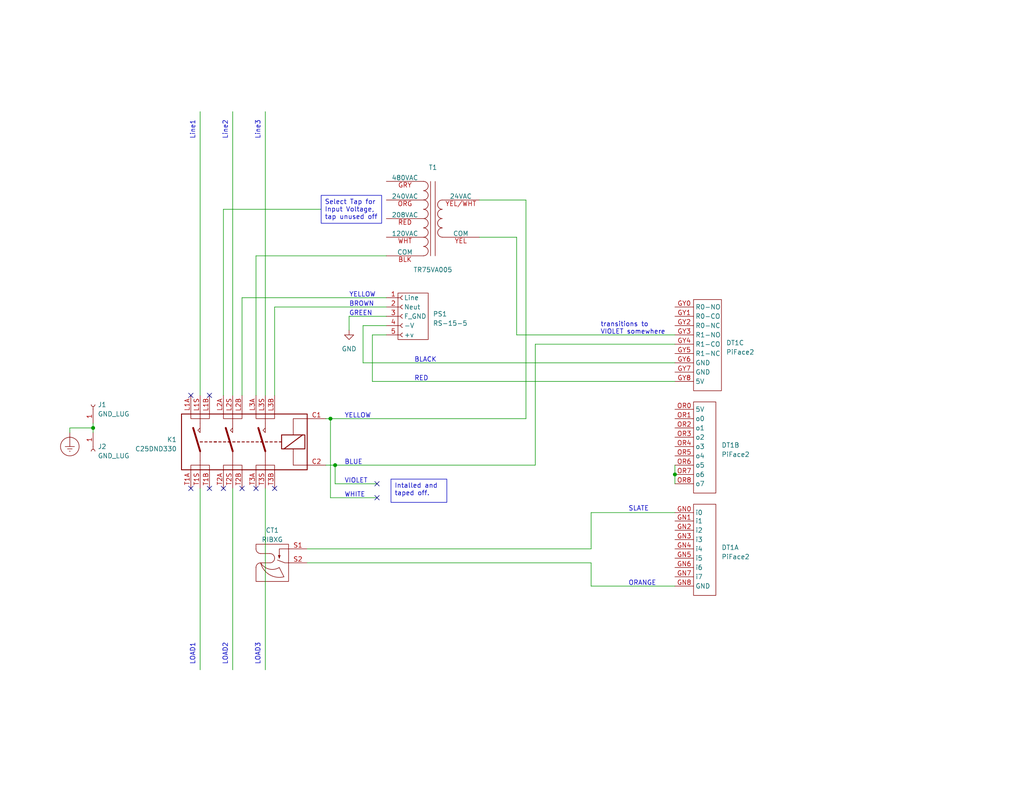
<source format=kicad_sch>
(kicad_sch (version 20230121) (generator eeschema)

  (uuid 23f3a577-71fc-4938-9a35-b014f3c5dc55)

  (paper "A")

  (title_block
    (title "RFID Interlock Legacy Variant A")
    (date "2023-08-06")
    (rev "0v2")
    (company "Dallas Makerspace")
  )

  (lib_symbols
    (symbol "Connector:Conn_01x01_Socket" (pin_names (offset 1.016) hide) (in_bom yes) (on_board yes)
      (property "Reference" "J" (at 0 2.54 0)
        (effects (font (size 1.27 1.27)))
      )
      (property "Value" "Conn_01x01_Socket" (at 0 -2.54 0)
        (effects (font (size 1.27 1.27)))
      )
      (property "Footprint" "" (at 0 0 0)
        (effects (font (size 1.27 1.27)) hide)
      )
      (property "Datasheet" "~" (at 0 0 0)
        (effects (font (size 1.27 1.27)) hide)
      )
      (property "ki_locked" "" (at 0 0 0)
        (effects (font (size 1.27 1.27)))
      )
      (property "ki_keywords" "connector" (at 0 0 0)
        (effects (font (size 1.27 1.27)) hide)
      )
      (property "ki_description" "Generic connector, single row, 01x01, script generated" (at 0 0 0)
        (effects (font (size 1.27 1.27)) hide)
      )
      (property "ki_fp_filters" "Connector*:*_1x??_*" (at 0 0 0)
        (effects (font (size 1.27 1.27)) hide)
      )
      (symbol "Conn_01x01_Socket_1_1"
        (polyline
          (pts
            (xy -1.27 0)
            (xy -0.508 0)
          )
          (stroke (width 0.1524) (type default))
          (fill (type none))
        )
        (arc (start 0 0.508) (mid -0.5058 0) (end 0 -0.508)
          (stroke (width 0.1524) (type default))
          (fill (type none))
        )
        (pin passive line (at -5.08 0 0) (length 3.81)
          (name "Pin_1" (effects (font (size 1.27 1.27))))
          (number "1" (effects (font (size 1.27 1.27))))
        )
      )
    )
    (symbol "oz:Eaton_Contactor" (in_bom yes) (on_board yes)
      (property "Reference" "K" (at 13.97 13.97 0)
        (effects (font (size 1.27 1.27)) (justify left))
      )
      (property "Value" "Eaton_Contactor" (at 13.97 11.43 0)
        (effects (font (size 1.27 1.27)) (justify left))
      )
      (property "Footprint" "" (at -5.08 -1.27 0)
        (effects (font (size 1.27 1.27)) (justify left) hide)
      )
      (property "Datasheet" "" (at 8.255 0 0)
        (effects (font (size 1.27 1.27)) hide)
      )
      (property "ki_keywords" "contactor three pole" (at 0 0 0)
        (effects (font (size 1.27 1.27)) hide)
      )
      (property "ki_description" "3PST Contactor" (at 0 0 0)
        (effects (font (size 1.27 1.27)) hide)
      )
      (property "ki_fp_filters" "Relay*SPST*StandexMeder*MS*Form1AB*" (at 0 0 0)
        (effects (font (size 1.27 1.27)) hide)
      )
      (symbol "Eaton_Contactor_0_0"
        (polyline
          (pts
            (xy -8.89 5.08)
            (xy -8.89 2.54)
            (xy -9.525 3.175)
            (xy -8.89 3.81)
          )
          (stroke (width 0) (type default))
          (fill (type none))
        )
        (polyline
          (pts
            (xy 0 5.08)
            (xy 0 2.54)
            (xy -0.635 3.175)
            (xy 0 3.81)
          )
          (stroke (width 0) (type default))
          (fill (type none))
        )
        (polyline
          (pts
            (xy 8.89 5.08)
            (xy 8.89 2.54)
            (xy 8.255 3.175)
            (xy 8.89 3.81)
          )
          (stroke (width 0) (type default))
          (fill (type none))
        )
      )
      (symbol "Eaton_Contactor_0_1"
        (rectangle (start -13.97 7.62) (end 20.32 -7.62)
          (stroke (width 0.254) (type default))
          (fill (type none))
        )
        (polyline
          (pts
            (xy -8.89 -5.08)
            (xy -8.89 -7.62)
          )
          (stroke (width 0) (type default))
          (fill (type none))
        )
        (polyline
          (pts
            (xy -8.89 -2.54)
            (xy -10.795 3.81)
          )
          (stroke (width 0.508) (type default))
          (fill (type none))
        )
        (polyline
          (pts
            (xy -8.89 -2.54)
            (xy -8.89 -5.08)
          )
          (stroke (width 0) (type default))
          (fill (type none))
        )
        (polyline
          (pts
            (xy -8.89 0)
            (xy -8.255 0)
          )
          (stroke (width 0.254) (type default))
          (fill (type none))
        )
        (polyline
          (pts
            (xy -8.89 7.62)
            (xy -8.89 5.08)
          )
          (stroke (width 0) (type default))
          (fill (type none))
        )
        (polyline
          (pts
            (xy -7.62 0)
            (xy -6.985 0)
          )
          (stroke (width 0.254) (type default))
          (fill (type none))
        )
        (polyline
          (pts
            (xy -6.35 0)
            (xy -5.715 0)
          )
          (stroke (width 0.254) (type default))
          (fill (type none))
        )
        (polyline
          (pts
            (xy -5.08 0)
            (xy -4.445 0)
          )
          (stroke (width 0.254) (type default))
          (fill (type none))
        )
        (polyline
          (pts
            (xy -5.08 0)
            (xy -4.445 0)
          )
          (stroke (width 0.254) (type default))
          (fill (type none))
        )
        (polyline
          (pts
            (xy -3.81 0)
            (xy -3.175 0)
          )
          (stroke (width 0.254) (type default))
          (fill (type none))
        )
        (polyline
          (pts
            (xy -2.54 0)
            (xy -1.905 0)
          )
          (stroke (width 0.254) (type default))
          (fill (type none))
        )
        (polyline
          (pts
            (xy -1.27 0)
            (xy -0.635 0)
          )
          (stroke (width 0.254) (type default))
          (fill (type none))
        )
        (polyline
          (pts
            (xy -1.27 0)
            (xy -0.635 0)
          )
          (stroke (width 0.254) (type default))
          (fill (type none))
        )
        (polyline
          (pts
            (xy 0 -5.08)
            (xy 0 -7.62)
          )
          (stroke (width 0) (type default))
          (fill (type none))
        )
        (polyline
          (pts
            (xy 0 -2.54)
            (xy -1.905 3.81)
          )
          (stroke (width 0.508) (type default))
          (fill (type none))
        )
        (polyline
          (pts
            (xy 0 -2.54)
            (xy 0 -5.08)
          )
          (stroke (width 0) (type default))
          (fill (type none))
        )
        (polyline
          (pts
            (xy 0 0)
            (xy 0.635 0)
          )
          (stroke (width 0.254) (type default))
          (fill (type none))
        )
        (polyline
          (pts
            (xy 0 7.62)
            (xy 0 5.08)
          )
          (stroke (width 0) (type default))
          (fill (type none))
        )
        (polyline
          (pts
            (xy 1.27 0)
            (xy 1.905 0)
          )
          (stroke (width 0.254) (type default))
          (fill (type none))
        )
        (polyline
          (pts
            (xy 2.54 0)
            (xy 3.175 0)
          )
          (stroke (width 0.254) (type default))
          (fill (type none))
        )
        (polyline
          (pts
            (xy 3.81 0)
            (xy 4.445 0)
          )
          (stroke (width 0.254) (type default))
          (fill (type none))
        )
        (polyline
          (pts
            (xy 5.08 0)
            (xy 5.715 0)
          )
          (stroke (width 0.254) (type default))
          (fill (type none))
        )
        (polyline
          (pts
            (xy 6.35 0)
            (xy 6.985 0)
          )
          (stroke (width 0.254) (type default))
          (fill (type none))
        )
        (polyline
          (pts
            (xy 7.62 0)
            (xy 8.255 0)
          )
          (stroke (width 0.254) (type default))
          (fill (type none))
        )
        (polyline
          (pts
            (xy 7.62 0)
            (xy 8.255 0)
          )
          (stroke (width 0.254) (type default))
          (fill (type none))
        )
        (polyline
          (pts
            (xy 8.89 -5.08)
            (xy 8.89 -7.62)
          )
          (stroke (width 0) (type default))
          (fill (type none))
        )
        (polyline
          (pts
            (xy 8.89 -2.54)
            (xy 6.985 3.81)
          )
          (stroke (width 0.508) (type default))
          (fill (type none))
        )
        (polyline
          (pts
            (xy 8.89 -2.54)
            (xy 8.89 -5.08)
          )
          (stroke (width 0) (type default))
          (fill (type none))
        )
        (polyline
          (pts
            (xy 8.89 0)
            (xy 9.525 0)
          )
          (stroke (width 0.254) (type default))
          (fill (type none))
        )
        (polyline
          (pts
            (xy 8.89 7.62)
            (xy 8.89 5.08)
          )
          (stroke (width 0) (type default))
          (fill (type none))
        )
        (polyline
          (pts
            (xy 10.16 0)
            (xy 10.795 0)
          )
          (stroke (width 0.254) (type default))
          (fill (type none))
        )
        (polyline
          (pts
            (xy 11.43 0)
            (xy 12.065 0)
          )
          (stroke (width 0.254) (type default))
          (fill (type none))
        )
        (polyline
          (pts
            (xy 12.7 0)
            (xy 13.335 0)
          )
          (stroke (width 0.254) (type default))
          (fill (type none))
        )
        (polyline
          (pts
            (xy 13.97 -1.905)
            (xy 19.05 1.905)
          )
          (stroke (width 0.254) (type default))
          (fill (type none))
        )
        (polyline
          (pts
            (xy 16.51 -6.35)
            (xy 20.32 -6.35)
          )
          (stroke (width 0) (type default))
          (fill (type none))
        )
        (polyline
          (pts
            (xy 16.51 -5.08)
            (xy 16.51 -6.35)
          )
          (stroke (width 0) (type default))
          (fill (type none))
        )
        (polyline
          (pts
            (xy 16.51 -5.08)
            (xy 16.51 -1.905)
          )
          (stroke (width 0) (type default))
          (fill (type none))
        )
        (polyline
          (pts
            (xy 16.51 3.81)
            (xy 16.51 1.905)
          )
          (stroke (width 0) (type default))
          (fill (type none))
        )
        (polyline
          (pts
            (xy 20.32 6.35)
            (xy 16.51 6.35)
            (xy 16.51 3.81)
          )
          (stroke (width 0) (type default))
          (fill (type none))
        )
        (polyline
          (pts
            (xy -11.43 -7.62)
            (xy -11.43 -6.35)
            (xy -6.35 -6.35)
            (xy -6.35 -7.62)
          )
          (stroke (width 0) (type default))
          (fill (type none))
        )
        (polyline
          (pts
            (xy -11.43 7.62)
            (xy -11.43 6.35)
            (xy -6.35 6.35)
            (xy -6.35 7.62)
          )
          (stroke (width 0) (type default))
          (fill (type none))
        )
        (polyline
          (pts
            (xy -2.54 -7.62)
            (xy -2.54 -6.35)
            (xy 2.54 -6.35)
            (xy 2.54 -7.62)
          )
          (stroke (width 0) (type default))
          (fill (type none))
        )
        (polyline
          (pts
            (xy -2.54 7.62)
            (xy -2.54 6.35)
            (xy 2.54 6.35)
            (xy 2.54 7.62)
          )
          (stroke (width 0) (type default))
          (fill (type none))
        )
        (polyline
          (pts
            (xy 6.35 -7.62)
            (xy 6.35 -6.35)
            (xy 11.43 -6.35)
            (xy 11.43 -7.62)
          )
          (stroke (width 0) (type default))
          (fill (type none))
        )
        (polyline
          (pts
            (xy 6.35 7.62)
            (xy 6.35 6.35)
            (xy 11.43 6.35)
            (xy 11.43 7.62)
          )
          (stroke (width 0) (type default))
          (fill (type none))
        )
        (rectangle (start 13.335 1.905) (end 19.685 -1.905)
          (stroke (width 0.254) (type default))
          (fill (type none))
        )
      )
      (symbol "Eaton_Contactor_1_1"
        (pin passive line (at 25.4 6.35 180) (length 5.08)
          (name "~" (effects (font (size 1.27 1.27))))
          (number "C1" (effects (font (size 1.27 1.27))))
        )
        (pin passive line (at 25.4 -6.35 180) (length 5.08)
          (name "~" (effects (font (size 1.27 1.27))))
          (number "C2" (effects (font (size 1.27 1.27))))
        )
        (pin passive line (at -11.43 12.7 270) (length 5.08)
          (name "~" (effects (font (size 1.27 1.27))))
          (number "L1A" (effects (font (size 1.27 1.27))))
        )
        (pin passive line (at -6.35 12.7 270) (length 5.08)
          (name "~" (effects (font (size 1.27 1.27))))
          (number "L1B" (effects (font (size 1.27 1.27))))
        )
        (pin passive line (at -8.89 12.7 270) (length 5.08)
          (name "" (effects (font (size 1.27 1.27))))
          (number "L1S" (effects (font (size 1.27 1.27))))
        )
        (pin passive line (at -2.54 12.7 270) (length 5.08)
          (name "~" (effects (font (size 1.27 1.27))))
          (number "L2A" (effects (font (size 1.27 1.27))))
        )
        (pin passive line (at 2.54 12.7 270) (length 5.08)
          (name "~" (effects (font (size 1.27 1.27))))
          (number "L2B" (effects (font (size 1.27 1.27))))
        )
        (pin passive line (at 0 12.7 270) (length 5.08)
          (name "" (effects (font (size 1.27 1.27))))
          (number "L2S" (effects (font (size 1.27 1.27))))
        )
        (pin passive line (at 6.35 12.7 270) (length 5.08)
          (name "~" (effects (font (size 1.27 1.27))))
          (number "L3A" (effects (font (size 1.27 1.27))))
        )
        (pin passive line (at 11.43 12.7 270) (length 5.08)
          (name "~" (effects (font (size 1.27 1.27))))
          (number "L3B" (effects (font (size 1.27 1.27))))
        )
        (pin passive line (at 8.89 12.7 270) (length 5.08)
          (name "" (effects (font (size 1.27 1.27))))
          (number "L3S" (effects (font (size 1.27 1.27))))
        )
        (pin passive line (at -11.43 -12.7 90) (length 5.08)
          (name "~" (effects (font (size 1.27 1.27))))
          (number "T1A" (effects (font (size 1.27 1.27))))
        )
        (pin passive line (at -6.35 -12.7 90) (length 5.08)
          (name "~" (effects (font (size 1.27 1.27))))
          (number "T1B" (effects (font (size 1.27 1.27))))
        )
        (pin passive line (at -8.89 -12.7 90) (length 5.08)
          (name "" (effects (font (size 1.27 1.27))))
          (number "T1S" (effects (font (size 1.27 1.27))))
        )
        (pin passive line (at -2.54 -12.7 90) (length 5.08)
          (name "~" (effects (font (size 1.27 1.27))))
          (number "T2A" (effects (font (size 1.27 1.27))))
        )
        (pin passive line (at 2.54 -12.7 90) (length 5.08)
          (name "~" (effects (font (size 1.27 1.27))))
          (number "T2B" (effects (font (size 1.27 1.27))))
        )
        (pin passive line (at 0 -12.7 90) (length 5.08)
          (name "" (effects (font (size 1.27 1.27))))
          (number "T2S" (effects (font (size 1.27 1.27))))
        )
        (pin passive line (at 6.35 -12.7 90) (length 5.08)
          (name "~" (effects (font (size 1.27 1.27))))
          (number "T3A" (effects (font (size 1.27 1.27))))
        )
        (pin passive line (at 11.43 -12.7 90) (length 5.08)
          (name "~" (effects (font (size 1.27 1.27))))
          (number "T3B" (effects (font (size 1.27 1.27))))
        )
        (pin passive line (at 8.89 -12.7 90) (length 5.08)
          (name "" (effects (font (size 1.27 1.27))))
          (number "T3S" (effects (font (size 1.27 1.27))))
        )
      )
    )
    (symbol "oz:PiFace2" (in_bom yes) (on_board yes)
      (property "Reference" "DT" (at 1.27 16.51 0)
        (effects (font (size 1.27 1.27)))
      )
      (property "Value" "PiFace2" (at 3.81 13.97 0)
        (effects (font (size 1.27 1.27)))
      )
      (property "Footprint" "" (at 6.096 6.858 0)
        (effects (font (size 1.27 1.27)) hide)
      )
      (property "Datasheet" "" (at 6.096 6.858 0)
        (effects (font (size 1.27 1.27)) hide)
      )
      (property "ki_locked" "" (at 0 0 0)
        (effects (font (size 1.27 1.27)))
      )
      (symbol "PiFace2_1_1"
        (rectangle (start 0 12.192) (end 6.096 -12.7)
          (stroke (width 0) (type default))
          (fill (type none))
        )
        (pin passive line (at -5.08 9.906 0) (length 5.08)
          (name "i0" (effects (font (size 1.27 1.27))))
          (number "GN0" (effects (font (size 1.27 1.27))))
        )
        (pin input line (at -5.08 7.62 0) (length 5.08)
          (name "i1" (effects (font (size 1.27 1.27))))
          (number "GN1" (effects (font (size 1.27 1.27))))
        )
        (pin input line (at -5.08 5.08 0) (length 5.08)
          (name "i2" (effects (font (size 1.27 1.27))))
          (number "GN2" (effects (font (size 1.27 1.27))))
        )
        (pin input line (at -5.08 2.54 0) (length 5.08)
          (name "i3" (effects (font (size 1.27 1.27))))
          (number "GN3" (effects (font (size 1.27 1.27))))
        )
        (pin input line (at -5.08 0 0) (length 5.08)
          (name "i4" (effects (font (size 1.27 1.27))))
          (number "GN4" (effects (font (size 1.27 1.27))))
        )
        (pin input line (at -5.08 -2.54 0) (length 5.08)
          (name "i5" (effects (font (size 1.27 1.27))))
          (number "GN5" (effects (font (size 1.27 1.27))))
        )
        (pin input line (at -5.08 -5.08 0) (length 5.08)
          (name "i6" (effects (font (size 1.27 1.27))))
          (number "GN6" (effects (font (size 1.27 1.27))))
        )
        (pin input line (at -5.08 -7.62 0) (length 5.08)
          (name "i7" (effects (font (size 1.27 1.27))))
          (number "GN7" (effects (font (size 1.27 1.27))))
        )
        (pin passive line (at -5.08 -10.16 0) (length 5.08)
          (name "GND" (effects (font (size 1.27 1.27))))
          (number "GN8" (effects (font (size 1.27 1.27))))
        )
      )
      (symbol "PiFace2_2_1"
        (rectangle (start 0 12.192) (end 6.096 -12.7)
          (stroke (width 0) (type default))
          (fill (type none))
        )
        (pin passive line (at -5.08 10.16 0) (length 5.08)
          (name "5V" (effects (font (size 1.27 1.27))))
          (number "OR0" (effects (font (size 1.27 1.27))))
        )
        (pin output line (at -5.08 7.62 0) (length 5.08)
          (name "o0" (effects (font (size 1.27 1.27))))
          (number "OR1" (effects (font (size 1.27 1.27))))
        )
        (pin output line (at -5.08 5.08 0) (length 5.08)
          (name "o1" (effects (font (size 1.27 1.27))))
          (number "OR2" (effects (font (size 1.27 1.27))))
        )
        (pin output line (at -5.08 2.54 0) (length 5.08)
          (name "o2" (effects (font (size 1.27 1.27))))
          (number "OR3" (effects (font (size 1.27 1.27))))
        )
        (pin output line (at -5.08 0 0) (length 5.08)
          (name "o3" (effects (font (size 1.27 1.27))))
          (number "OR4" (effects (font (size 1.27 1.27))))
        )
        (pin output line (at -5.08 -2.54 0) (length 5.08)
          (name "o4" (effects (font (size 1.27 1.27))))
          (number "OR5" (effects (font (size 1.27 1.27))))
        )
        (pin output line (at -5.08 -5.08 0) (length 5.08)
          (name "o5" (effects (font (size 1.27 1.27))))
          (number "OR6" (effects (font (size 1.27 1.27))))
        )
        (pin output line (at -5.08 -7.62 0) (length 5.08)
          (name "o6" (effects (font (size 1.27 1.27))))
          (number "OR7" (effects (font (size 1.27 1.27))))
        )
        (pin output line (at -5.08 -10.16 0) (length 5.08)
          (name "o7" (effects (font (size 1.27 1.27))))
          (number "OR8" (effects (font (size 1.27 1.27))))
        )
      )
      (symbol "PiFace2_3_1"
        (rectangle (start 0 12.192) (end 7.62 -12.7)
          (stroke (width 0) (type default))
          (fill (type none))
        )
        (pin passive line (at -5.08 10.16 0) (length 5.08)
          (name "R0-NO" (effects (font (size 1.27 1.27))))
          (number "GY0" (effects (font (size 1.27 1.27))))
        )
        (pin passive line (at -5.08 7.62 0) (length 5.08)
          (name "R0-CO" (effects (font (size 1.27 1.27))))
          (number "GY1" (effects (font (size 1.27 1.27))))
        )
        (pin passive line (at -5.08 5.08 0) (length 5.08)
          (name "R0-NC" (effects (font (size 1.27 1.27))))
          (number "GY2" (effects (font (size 1.27 1.27))))
        )
        (pin passive line (at -5.08 2.54 0) (length 5.08)
          (name "R1-NO" (effects (font (size 1.27 1.27))))
          (number "GY3" (effects (font (size 1.27 1.27))))
        )
        (pin passive line (at -5.08 0 0) (length 5.08)
          (name "R1-CO" (effects (font (size 1.27 1.27))))
          (number "GY4" (effects (font (size 1.27 1.27))))
        )
        (pin passive line (at -5.08 -2.54 0) (length 5.08)
          (name "R1-NC" (effects (font (size 1.27 1.27))))
          (number "GY5" (effects (font (size 1.27 1.27))))
        )
        (pin passive line (at -5.08 -5.08 0) (length 5.08)
          (name "GND" (effects (font (size 1.27 1.27))))
          (number "GY6" (effects (font (size 1.27 1.27))))
        )
        (pin passive line (at -5.08 -7.62 0) (length 5.08)
          (name "GND" (effects (font (size 1.27 1.27))))
          (number "GY7" (effects (font (size 1.27 1.27))))
        )
        (pin passive line (at -5.08 -10.16 0) (length 5.08)
          (name "5V" (effects (font (size 1.27 1.27))))
          (number "GY8" (effects (font (size 1.27 1.27))))
        )
      )
    )
    (symbol "oz:RIBXG" (in_bom yes) (on_board yes)
      (property "Reference" "CT" (at -3.302 6.35 0)
        (effects (font (size 1.27 1.27)))
      )
      (property "Value" "RIBXG" (at -2.032 -6.35 0)
        (effects (font (size 1.27 1.27)))
      )
      (property "Footprint" "" (at 1.778 5.08 0)
        (effects (font (size 1.27 1.27)) hide)
      )
      (property "Datasheet" "" (at 1.778 5.08 0)
        (effects (font (size 1.27 1.27)) hide)
      )
      (property "ki_keywords" "Current Sense Switch" (at 0 0 0)
        (effects (font (size 1.27 1.27)) hide)
      )
      (property "ki_description" "Current Sense Switch" (at 0 0 0)
        (effects (font (size 1.27 1.27)) hide)
      )
      (symbol "RIBXG_0_1"
        (arc (start -4.572 3.81) (mid -4.2 2.912) (end -3.302 2.54)
          (stroke (width 0) (type default))
          (fill (type none))
        )
        (arc (start -3.302 0) (mid -4.2 -0.372) (end -4.572 -1.27)
          (stroke (width 0) (type default))
          (fill (type none))
        )
        (arc (start -3.302 0) (mid -1.025 -1.6871) (end 1.778 -1.27)
          (stroke (width 0) (type default))
          (fill (type none))
        )
        (arc (start -3.302 0) (mid -0.9161 -3.2202) (end 3.048 -3.81)
          (stroke (width 0) (type default))
          (fill (type none))
        )
        (arc (start -0.762 0) (mid 0.136 0.372) (end 0.508 1.27)
          (stroke (width 0) (type default))
          (fill (type none))
        )
        (polyline
          (pts
            (xy -0.762 0)
            (xy -3.302 0)
          )
          (stroke (width 0) (type default))
          (fill (type none))
        )
        (polyline
          (pts
            (xy -0.762 2.54)
            (xy -3.302 2.54)
          )
          (stroke (width 0) (type default))
          (fill (type none))
        )
        (polyline
          (pts
            (xy 1.778 -1.27)
            (xy 3.048 -3.81)
          )
          (stroke (width 0) (type default))
          (fill (type none))
        )
        (polyline
          (pts
            (xy 2.032 2.032)
            (xy 1.778 1.778)
            (xy 1.524 2.032)
          )
          (stroke (width 0) (type default))
          (fill (type none))
        )
        (polyline
          (pts
            (xy 4.318 0)
            (xy 3.302 0)
            (xy 1.27 0.762)
          )
          (stroke (width 0) (type default))
          (fill (type none))
        )
        (polyline
          (pts
            (xy 4.318 3.81)
            (xy 1.778 3.81)
            (xy 1.778 1.27)
          )
          (stroke (width 0) (type default))
          (fill (type none))
        )
        (polyline
          (pts
            (xy 1.778 1.27)
            (xy 1.524 2.032)
            (xy 2.032 2.032)
            (xy 1.778 1.27)
          )
          (stroke (width 0) (type default))
          (fill (type none))
        )
        (polyline
          (pts
            (xy -4.572 -1.27)
            (xy -4.572 -5.08)
            (xy 4.318 -5.08)
            (xy 4.318 5.08)
            (xy -4.572 5.08)
            (xy -4.572 3.81)
          )
          (stroke (width 0) (type default))
          (fill (type none))
        )
        (arc (start 0.508 1.27) (mid 0.136 2.168) (end -0.762 2.54)
          (stroke (width 0) (type default))
          (fill (type none))
        )
      )
      (symbol "RIBXG_1_1"
        (pin passive line (at 9.398 3.81 180) (length 5.08)
          (name "" (effects (font (size 1.27 1.27))))
          (number "S1" (effects (font (size 1.27 1.27))))
        )
        (pin passive line (at 9.398 0 180) (length 5.08)
          (name "" (effects (font (size 1.27 1.27))))
          (number "S2" (effects (font (size 1.27 1.27))))
        )
      )
    )
    (symbol "oz:RS-15-5" (pin_names (offset 1.016)) (in_bom yes) (on_board yes)
      (property "Reference" "PS" (at 0 7.62 0)
        (effects (font (size 1.27 1.27)))
      )
      (property "Value" "RS-15-5" (at 0 -7.62 0)
        (effects (font (size 1.27 1.27)))
      )
      (property "Footprint" "" (at 0 0 0)
        (effects (font (size 1.27 1.27)) hide)
      )
      (property "Datasheet" "" (at 2.54 1.27 0)
        (effects (font (size 1.27 1.27)) hide)
      )
      (property "ki_keywords" "connector" (at 0 0 0)
        (effects (font (size 1.27 1.27)) hide)
      )
      (property "ki_description" "Generic connector, single row, 01x05, script generated" (at 0 0 0)
        (effects (font (size 1.27 1.27)) hide)
      )
      (property "ki_fp_filters" "Connector*:*_1x??_*" (at 0 0 0)
        (effects (font (size 1.27 1.27)) hide)
      )
      (symbol "RS-15-5_0_1"
        (rectangle (start -1.905 6.35) (end 6.35 -6.35)
          (stroke (width 0) (type default))
          (fill (type none))
        )
      )
      (symbol "RS-15-5_1_1"
        (arc (start -0.6372 -4.572) (mid -1.143 -5.08) (end -0.6372 -5.588)
          (stroke (width 0.1524) (type default))
          (fill (type none))
        )
        (arc (start -0.6372 -2.032) (mid -1.143 -2.54) (end -0.6372 -3.048)
          (stroke (width 0.1524) (type default))
          (fill (type none))
        )
        (arc (start -0.6372 0.508) (mid -1.143 0) (end -0.6372 -0.508)
          (stroke (width 0.1524) (type default))
          (fill (type none))
        )
        (arc (start -0.6372 3.048) (mid -1.143 2.54) (end -0.6372 2.032)
          (stroke (width 0.1524) (type default))
          (fill (type none))
        )
        (arc (start -0.6372 5.588) (mid -1.143 5.08) (end -0.6372 4.572)
          (stroke (width 0.1524) (type default))
          (fill (type none))
        )
        (pin power_in line (at -5.08 5.08 0) (length 3.81)
          (name "Line" (effects (font (size 1.27 1.27))))
          (number "1" (effects (font (size 1.27 1.27))))
        )
        (pin power_in line (at -5.08 2.54 0) (length 3.81)
          (name "Neut" (effects (font (size 1.27 1.27))))
          (number "2" (effects (font (size 1.27 1.27))))
        )
        (pin passive line (at -5.08 0 0) (length 3.81)
          (name "F_GND" (effects (font (size 1.27 1.27))))
          (number "3" (effects (font (size 1.27 1.27))))
        )
        (pin power_out line (at -5.08 -2.54 0) (length 3.81)
          (name "-V" (effects (font (size 1.27 1.27))))
          (number "4" (effects (font (size 1.27 1.27))))
        )
        (pin power_out line (at -5.08 -5.08 0) (length 3.81)
          (name "+v" (effects (font (size 1.27 1.27))))
          (number "5" (effects (font (size 1.27 1.27))))
        )
      )
    )
    (symbol "oz:Transformer_Tap_Pri" (pin_names (offset 0)) (in_bom yes) (on_board yes)
      (property "Reference" "T" (at 0 13.97 0)
        (effects (font (size 1.27 1.27)))
      )
      (property "Value" "Transformer_Tap_Pri" (at 0 -13.97 0)
        (effects (font (size 1.27 1.27)))
      )
      (property "Footprint" "" (at 0 0 0)
        (effects (font (size 1.27 1.27)) hide)
      )
      (property "Datasheet" "" (at 0 0 0)
        (effects (font (size 1.27 1.27)) hide)
      )
      (property "ki_keywords" "transformer coil magnet" (at 0 0 0)
        (effects (font (size 1.27 1.27)) hide)
      )
      (property "ki_description" "Transformer, single primary, single secondary, SO-8 package" (at 0 0 0)
        (effects (font (size 1.27 1.27)) hide)
      )
      (symbol "Transformer_Tap_Pri_0_1"
        (arc (start -2.54 -10.1346) (mid -1.6561 -9.7663) (end -1.27 -8.89)
          (stroke (width 0) (type default))
          (fill (type none))
        )
        (arc (start -2.54 -7.5946) (mid -1.6561 -7.2263) (end -1.27 -6.35)
          (stroke (width 0) (type default))
          (fill (type none))
        )
        (arc (start -2.54 -5.0546) (mid -1.6599 -4.6901) (end -1.27 -3.81)
          (stroke (width 0) (type default))
          (fill (type none))
        )
        (arc (start -2.54 -2.5146) (mid -1.6599 -2.1501) (end -1.27 -1.27)
          (stroke (width 0) (type default))
          (fill (type none))
        )
        (arc (start -2.54 0.0254) (mid -1.6599 0.3899) (end -1.27 1.27)
          (stroke (width 0) (type default))
          (fill (type none))
        )
        (arc (start -2.54 2.5654) (mid -1.6599 2.9299) (end -1.27 3.81)
          (stroke (width 0) (type default))
          (fill (type none))
        )
        (arc (start -2.54 5.1054) (mid -1.6561 5.4737) (end -1.27 6.35)
          (stroke (width 0) (type default))
          (fill (type none))
        )
        (arc (start -2.54 7.6454) (mid -1.6561 8.0137) (end -1.27 8.89)
          (stroke (width 0) (type default))
          (fill (type none))
        )
        (arc (start -1.27 -8.89) (mid -1.642 -7.992) (end -2.54 -7.62)
          (stroke (width 0) (type default))
          (fill (type none))
        )
        (arc (start -1.27 -6.35) (mid -1.642 -5.452) (end -2.54 -5.08)
          (stroke (width 0) (type default))
          (fill (type none))
        )
        (arc (start -1.27 -3.81) (mid -1.642 -2.912) (end -2.54 -2.54)
          (stroke (width 0) (type default))
          (fill (type none))
        )
        (arc (start -1.27 -1.27) (mid -1.642 -0.372) (end -2.54 0)
          (stroke (width 0) (type default))
          (fill (type none))
        )
        (arc (start -1.27 1.27) (mid -1.642 2.168) (end -2.54 2.54)
          (stroke (width 0) (type default))
          (fill (type none))
        )
        (arc (start -1.27 3.81) (mid -1.642 4.708) (end -2.54 5.08)
          (stroke (width 0) (type default))
          (fill (type none))
        )
        (arc (start -1.27 6.35) (mid -1.642 7.248) (end -2.54 7.62)
          (stroke (width 0) (type default))
          (fill (type none))
        )
        (arc (start -1.27 8.89) (mid -1.642 9.788) (end -2.54 10.16)
          (stroke (width 0) (type default))
          (fill (type none))
        )
        (polyline
          (pts
            (xy -0.635 10.16)
            (xy -0.635 -10.16)
          )
          (stroke (width 0) (type default))
          (fill (type none))
        )
        (polyline
          (pts
            (xy 0.635 10.16)
            (xy 0.635 -10.16)
          )
          (stroke (width 0) (type default))
          (fill (type none))
        )
        (arc (start 1.2954 -1.27) (mid 1.6599 -2.1501) (end 2.54 -2.5146)
          (stroke (width 0) (type default))
          (fill (type none))
        )
        (arc (start 1.2954 1.27) (mid 1.6599 0.3899) (end 2.54 0.0254)
          (stroke (width 0) (type default))
          (fill (type none))
        )
        (arc (start 1.2954 3.81) (mid 1.6599 2.9299) (end 2.54 2.5654)
          (stroke (width 0) (type default))
          (fill (type none))
        )
        (arc (start 1.3208 -3.81) (mid 1.6853 -4.6901) (end 2.5654 -5.0546)
          (stroke (width 0) (type default))
          (fill (type none))
        )
        (arc (start 2.54 0) (mid 1.642 -0.372) (end 1.2954 -1.27)
          (stroke (width 0) (type default))
          (fill (type none))
        )
        (arc (start 2.54 2.54) (mid 1.642 2.168) (end 1.2954 1.27)
          (stroke (width 0) (type default))
          (fill (type none))
        )
        (arc (start 2.54 5.08) (mid 1.642 4.708) (end 1.2954 3.81)
          (stroke (width 0) (type default))
          (fill (type none))
        )
        (arc (start 2.5654 -2.54) (mid 1.6674 -2.912) (end 1.3208 -3.81)
          (stroke (width 0) (type default))
          (fill (type none))
        )
      )
      (symbol "Transformer_Tap_Pri_1_1"
        (pin passive line (at -12.7 -10.16 0) (length 10.16)
          (name "COM" (effects (font (size 1.27 1.27))))
          (number "BLK" (effects (font (size 1.27 1.27))))
        )
        (pin passive line (at -12.7 10.16 0) (length 10.16)
          (name "480VAC" (effects (font (size 1.27 1.27))))
          (number "GRY" (effects (font (size 1.27 1.27))))
        )
        (pin passive line (at -12.7 5.08 0) (length 10.16)
          (name "240VAC" (effects (font (size 1.27 1.27))))
          (number "ORG" (effects (font (size 1.27 1.27))))
        )
        (pin passive line (at -12.7 0 0) (length 10.16)
          (name "208VAC" (effects (font (size 1.27 1.27))))
          (number "RED" (effects (font (size 1.27 1.27))))
        )
        (pin passive line (at -12.7 -5.08 0) (length 10.16)
          (name "120VAC" (effects (font (size 1.27 1.27))))
          (number "WHT" (effects (font (size 1.27 1.27))))
        )
        (pin passive line (at 12.7 -5.08 180) (length 10.16)
          (name "COM" (effects (font (size 1.27 1.27))))
          (number "YEL" (effects (font (size 1.27 1.27))))
        )
        (pin passive line (at 12.7 5.08 180) (length 10.16)
          (name "24VAC" (effects (font (size 1.27 1.27))))
          (number "YEL/WHT" (effects (font (size 1.27 1.27))))
        )
      )
    )
    (symbol "power:Earth_Protective" (power) (pin_names (offset 0)) (in_bom yes) (on_board yes)
      (property "Reference" "#PWR" (at 6.35 -6.35 0)
        (effects (font (size 1.27 1.27)) hide)
      )
      (property "Value" "Earth_Protective" (at 11.43 -3.81 0)
        (effects (font (size 1.27 1.27)) hide)
      )
      (property "Footprint" "" (at 0 -2.54 0)
        (effects (font (size 1.27 1.27)) hide)
      )
      (property "Datasheet" "~" (at 0 -2.54 0)
        (effects (font (size 1.27 1.27)) hide)
      )
      (property "ki_keywords" "global ground gnd clean" (at 0 0 0)
        (effects (font (size 1.27 1.27)) hide)
      )
      (property "ki_description" "Power symbol creates a global label with name \"Earth_Protective\"" (at 0 0 0)
        (effects (font (size 1.27 1.27)) hide)
      )
      (symbol "Earth_Protective_0_1"
        (circle (center 0 -3.81) (radius 2.54)
          (stroke (width 0) (type default))
          (fill (type none))
        )
        (polyline
          (pts
            (xy -0.635 -4.445)
            (xy 0.635 -4.445)
          )
          (stroke (width 0) (type default))
          (fill (type none))
        )
        (polyline
          (pts
            (xy -0.127 -5.08)
            (xy 0.127 -5.08)
          )
          (stroke (width 0) (type default))
          (fill (type none))
        )
        (polyline
          (pts
            (xy 0 -3.81)
            (xy 0 0)
          )
          (stroke (width 0) (type default))
          (fill (type none))
        )
        (polyline
          (pts
            (xy 1.27 -3.81)
            (xy -1.27 -3.81)
          )
          (stroke (width 0) (type default))
          (fill (type none))
        )
      )
      (symbol "Earth_Protective_1_1"
        (pin power_in line (at 0 0 270) (length 0) hide
          (name "Earth_Protective" (effects (font (size 1.27 1.27))))
          (number "1" (effects (font (size 1.27 1.27))))
        )
      )
    )
    (symbol "power:GND" (power) (pin_names (offset 0)) (in_bom yes) (on_board yes)
      (property "Reference" "#PWR" (at 0 -6.35 0)
        (effects (font (size 1.27 1.27)) hide)
      )
      (property "Value" "GND" (at 0 -3.81 0)
        (effects (font (size 1.27 1.27)))
      )
      (property "Footprint" "" (at 0 0 0)
        (effects (font (size 1.27 1.27)) hide)
      )
      (property "Datasheet" "" (at 0 0 0)
        (effects (font (size 1.27 1.27)) hide)
      )
      (property "ki_keywords" "global power" (at 0 0 0)
        (effects (font (size 1.27 1.27)) hide)
      )
      (property "ki_description" "Power symbol creates a global label with name \"GND\" , ground" (at 0 0 0)
        (effects (font (size 1.27 1.27)) hide)
      )
      (symbol "GND_0_1"
        (polyline
          (pts
            (xy 0 0)
            (xy 0 -1.27)
            (xy 1.27 -1.27)
            (xy 0 -2.54)
            (xy -1.27 -1.27)
            (xy 0 -1.27)
          )
          (stroke (width 0) (type default))
          (fill (type none))
        )
      )
      (symbol "GND_1_1"
        (pin power_in line (at 0 0 270) (length 0) hide
          (name "GND" (effects (font (size 1.27 1.27))))
          (number "1" (effects (font (size 1.27 1.27))))
        )
      )
    )
  )

  (junction (at 91.44 127) (diameter 0) (color 0 0 0 0)
    (uuid 2910de25-bf9a-49cf-b6f7-4a63408f22f1)
  )
  (junction (at 184.15 129.54) (diameter 0) (color 0 0 0 0)
    (uuid 6db03afd-8bd1-4982-a6aa-ae281f086401)
  )
  (junction (at 90.17 114.3) (diameter 0) (color 0 0 0 0)
    (uuid a5e4ec88-6566-4eac-927b-1d58fde69326)
  )
  (junction (at 25.4 116.84) (diameter 0) (color 0 0 0 0)
    (uuid c2788b7b-514d-4217-bef7-69f4ceeed225)
  )

  (no_connect (at 57.15 107.95) (uuid 09eeb20b-9d5a-4caa-af60-d6e50219c033))
  (no_connect (at 74.93 133.35) (uuid 379cd1d0-13f1-4471-b7c3-d847ba9d9133))
  (no_connect (at 102.87 135.89) (uuid 471751f4-1bf3-4e72-a942-81f707692fa4))
  (no_connect (at 69.85 133.35) (uuid 7d0e8a77-be5c-4b7f-93c0-193558bca4fa))
  (no_connect (at 60.96 133.35) (uuid 88dbe839-b432-46ad-bf86-982e01c304e9))
  (no_connect (at 52.07 133.35) (uuid 8c644fbe-4534-4fd4-bc66-31fcae1c16d8))
  (no_connect (at 52.07 107.95) (uuid af0625e0-7ee1-4d6c-b6fc-bdc6ce0d20c4))
  (no_connect (at 66.04 133.35) (uuid b1c2a7d5-e752-42c9-9306-0a672bfece9c))
  (no_connect (at 57.15 133.35) (uuid c8cd023f-a03f-4d7c-8b60-69fa09f0d181))
  (no_connect (at 102.87 132.08) (uuid fe60f8a7-0cb5-476b-a384-776bb5494208))

  (wire (pts (xy 83.82 153.67) (xy 161.29 153.67))
    (stroke (width 0) (type default))
    (uuid 05b877be-2f54-4124-8305-e94fbf00db68)
  )
  (wire (pts (xy 99.06 99.06) (xy 184.15 99.06))
    (stroke (width 0) (type default))
    (uuid 0829ceb3-8625-4d4d-82a4-4bf5ac6a2310)
  )
  (wire (pts (xy 25.4 115.57) (xy 25.4 116.84))
    (stroke (width 0) (type default))
    (uuid 0af59c06-e4d2-420e-b4be-498d8920f4fc)
  )
  (wire (pts (xy 143.51 54.61) (xy 143.51 114.3))
    (stroke (width 0) (type default))
    (uuid 12f89ca3-958a-48e7-9131-3a62a01e8d39)
  )
  (wire (pts (xy 69.85 69.85) (xy 69.85 107.95))
    (stroke (width 0) (type default))
    (uuid 13642d1b-4266-4093-adf3-6b5c25a2ec65)
  )
  (wire (pts (xy 146.05 127) (xy 146.05 93.98))
    (stroke (width 0) (type default))
    (uuid 13bf9536-732a-42cb-8f97-d72460ea3126)
  )
  (wire (pts (xy 95.25 86.36) (xy 95.25 90.17))
    (stroke (width 0) (type default))
    (uuid 15c2761a-d534-4a3e-8628-bc82c9addf26)
  )
  (wire (pts (xy 101.6 91.44) (xy 101.6 104.14))
    (stroke (width 0) (type default))
    (uuid 204f4b7b-dd0d-45f2-9c80-90777f6b51b2)
  )
  (wire (pts (xy 91.44 127) (xy 146.05 127))
    (stroke (width 0) (type default))
    (uuid 20ae8bed-6bc9-4b37-8879-e9cc09617a67)
  )
  (wire (pts (xy 105.41 86.36) (xy 95.25 86.36))
    (stroke (width 0) (type default))
    (uuid 27fc56d0-a27d-4253-b276-bcff15289d06)
  )
  (wire (pts (xy 99.06 88.9) (xy 99.06 99.06))
    (stroke (width 0) (type default))
    (uuid 2f6d7526-9190-4319-a19a-49c2fedb19d0)
  )
  (wire (pts (xy 25.4 116.84) (xy 25.4 118.11))
    (stroke (width 0) (type default))
    (uuid 4725fa9e-797d-4d45-8924-fc0fd7ffaa54)
  )
  (wire (pts (xy 184.15 129.54) (xy 184.15 132.08))
    (stroke (width 0) (type default))
    (uuid 4848e0d7-581f-412e-9e11-c3581b6d9910)
  )
  (wire (pts (xy 105.41 69.85) (xy 69.85 69.85))
    (stroke (width 0) (type default))
    (uuid 5497e1de-0263-4f49-897a-f90f0b3b11e3)
  )
  (wire (pts (xy 72.39 30.48) (xy 72.39 107.95))
    (stroke (width 0) (type default))
    (uuid 58ce7c7c-60c1-455b-acca-fb1aba5d8ebc)
  )
  (wire (pts (xy 130.81 54.61) (xy 143.51 54.61))
    (stroke (width 0) (type default))
    (uuid 5acb7b23-2ff0-4ccb-ba61-4cf83127f236)
  )
  (wire (pts (xy 66.04 81.28) (xy 105.41 81.28))
    (stroke (width 0) (type default))
    (uuid 5c3065f3-6113-402a-a86d-48d59b729da4)
  )
  (wire (pts (xy 184.15 139.954) (xy 161.29 139.954))
    (stroke (width 0) (type default))
    (uuid 66c702cd-3774-4170-b55e-716c727dd2b7)
  )
  (wire (pts (xy 60.96 57.15) (xy 60.96 107.95))
    (stroke (width 0) (type default))
    (uuid 6d3c4934-c79d-4c91-b811-714dba8102fa)
  )
  (wire (pts (xy 88.9 127) (xy 91.44 127))
    (stroke (width 0) (type default))
    (uuid 7739a235-c36f-46c0-84e8-780ae0c5066d)
  )
  (wire (pts (xy 25.4 116.84) (xy 19.05 116.84))
    (stroke (width 0) (type default))
    (uuid 8040148d-853f-49a6-834f-7a9d10f1b925)
  )
  (wire (pts (xy 105.41 91.44) (xy 101.6 91.44))
    (stroke (width 0) (type default))
    (uuid 814406d1-86fb-4e13-a723-cd3b237bccd8)
  )
  (wire (pts (xy 54.61 133.35) (xy 54.61 182.88))
    (stroke (width 0) (type default))
    (uuid 82429a1e-eaeb-4b7a-a57b-fe5512d20499)
  )
  (wire (pts (xy 161.29 160.02) (xy 184.15 160.02))
    (stroke (width 0) (type default))
    (uuid 834e3d66-6a92-4ebb-9a25-8056ebb04f9b)
  )
  (wire (pts (xy 140.97 64.77) (xy 140.97 91.44))
    (stroke (width 0) (type default))
    (uuid 89cfacc4-a851-4f88-a49e-b8ce5f7a4f86)
  )
  (wire (pts (xy 161.29 153.67) (xy 161.29 160.02))
    (stroke (width 0) (type default))
    (uuid 8a44e3df-2def-4a3a-9981-8aa2fd9791e8)
  )
  (wire (pts (xy 130.81 64.77) (xy 140.97 64.77))
    (stroke (width 0) (type default))
    (uuid 918c87e3-e89c-4fed-8457-e2377eeea4ca)
  )
  (wire (pts (xy 63.5 133.35) (xy 63.5 182.88))
    (stroke (width 0) (type default))
    (uuid 92c2ed8e-2f1e-4a32-adac-e928f3c2d96b)
  )
  (wire (pts (xy 83.82 149.86) (xy 161.29 149.86))
    (stroke (width 0) (type default))
    (uuid ac3ba8fd-7718-47df-a925-e287c71ef443)
  )
  (wire (pts (xy 54.61 30.48) (xy 54.61 107.95))
    (stroke (width 0) (type default))
    (uuid b12d241a-fe4f-4258-b83f-6955aba932d7)
  )
  (wire (pts (xy 161.29 139.954) (xy 161.29 149.86))
    (stroke (width 0) (type default))
    (uuid b6662a7b-f597-4a24-a9f4-ca77c0ee2c1d)
  )
  (wire (pts (xy 91.44 132.08) (xy 102.87 132.08))
    (stroke (width 0) (type default))
    (uuid bb4b80e5-6abb-4819-94e3-d9916527a4ca)
  )
  (wire (pts (xy 143.51 114.3) (xy 90.17 114.3))
    (stroke (width 0) (type default))
    (uuid be628cc4-e02b-4bb1-b85c-817c835bafe0)
  )
  (wire (pts (xy 90.17 114.3) (xy 90.17 135.89))
    (stroke (width 0) (type default))
    (uuid cbc1e055-cb5a-43d0-bddc-924f371161c7)
  )
  (wire (pts (xy 146.05 93.98) (xy 184.15 93.98))
    (stroke (width 0) (type default))
    (uuid d354049f-d585-40df-83ca-5b8e466d86d0)
  )
  (wire (pts (xy 140.97 91.44) (xy 184.15 91.44))
    (stroke (width 0) (type default))
    (uuid d37b8fff-3e50-4b99-822b-12600ecb962d)
  )
  (wire (pts (xy 184.15 127) (xy 184.15 129.54))
    (stroke (width 0) (type default))
    (uuid d4502d10-c500-484e-bc8e-3f48350c31fe)
  )
  (wire (pts (xy 105.41 88.9) (xy 99.06 88.9))
    (stroke (width 0) (type default))
    (uuid d8c82cf3-4f71-4de5-b4b3-7e3cade99afa)
  )
  (wire (pts (xy 63.5 30.48) (xy 63.5 107.95))
    (stroke (width 0) (type default))
    (uuid db8b8ac2-63a3-48bf-ba8c-4d8a1e4f9c7d)
  )
  (wire (pts (xy 72.39 133.35) (xy 72.39 182.88))
    (stroke (width 0) (type default))
    (uuid de1d2400-2e09-44ab-9104-a56619754861)
  )
  (wire (pts (xy 74.93 83.82) (xy 105.41 83.82))
    (stroke (width 0) (type default))
    (uuid dedbeef5-fbfc-4cb5-b1e7-9e277f5136f3)
  )
  (wire (pts (xy 66.04 81.28) (xy 66.04 107.95))
    (stroke (width 0) (type default))
    (uuid e10c0d85-361a-49e2-bb4b-71674e403854)
  )
  (wire (pts (xy 90.17 135.89) (xy 102.87 135.89))
    (stroke (width 0) (type default))
    (uuid e30c4e56-c7ac-471c-824a-557c0f42aa54)
  )
  (wire (pts (xy 90.17 114.3) (xy 88.9 114.3))
    (stroke (width 0) (type default))
    (uuid f17f9a2d-fc22-40fb-b362-c09ded575023)
  )
  (wire (pts (xy 74.93 83.82) (xy 74.93 107.95))
    (stroke (width 0) (type default))
    (uuid f460ec81-59e0-4766-8de1-935be61b1f01)
  )
  (wire (pts (xy 87.63 57.15) (xy 60.96 57.15))
    (stroke (width 0) (type default))
    (uuid f65d3087-50a1-481e-b673-b55af0f68a47)
  )
  (wire (pts (xy 91.44 127) (xy 91.44 132.08))
    (stroke (width 0) (type default))
    (uuid f835284e-5285-48cd-8c25-dcf7a41ef703)
  )
  (wire (pts (xy 19.05 116.84) (xy 19.05 118.11))
    (stroke (width 0) (type default))
    (uuid fc1ba3cf-dff5-495d-9492-87677522dfb0)
  )
  (wire (pts (xy 101.6 104.14) (xy 184.15 104.14))
    (stroke (width 0) (type default))
    (uuid ff2a6e47-4bc5-4437-be1e-34586b64dfc4)
  )

  (text_box "Select Tap for\nInput Voltage,\ntap unused off"
    (at 87.63 53.34 0) (size 16.51 7.62)
    (stroke (width 0) (type default))
    (fill (type none))
    (effects (font (size 1.27 1.27)) (justify left top))
    (uuid 278f5283-97a8-4875-b0cb-75fb3514f890)
  )
  (text_box "Intalled and \ntaped off."
    (at 106.68 130.81 0) (size 15.24 6.35)
    (stroke (width 0) (type default))
    (fill (type none))
    (effects (font (size 1.27 1.27)) (justify left top))
    (uuid c00acf75-cb5e-4605-8933-86de95cd4363)
  )

  (text "LOAD2" (at 62.23 181.61 90)
    (effects (font (size 1.27 1.27)) (justify left bottom))
    (uuid 028c35a8-2eb9-4aa2-97b2-15b12e49340d)
  )
  (text "YELLOW" (at 95.25 81.28 0)
    (effects (font (size 1.27 1.27)) (justify left bottom))
    (uuid 19e6f252-94b9-46b6-b43c-ba06556657f2)
  )
  (text "SLATE" (at 171.45 139.7 0)
    (effects (font (size 1.27 1.27)) (justify left bottom))
    (uuid 21482a74-feb4-4968-be99-5f1356cbf65f)
  )
  (text "Line3" (at 71.12 38.1 90)
    (effects (font (size 1.27 1.27)) (justify left bottom))
    (uuid 3d93f0c0-79ac-47da-bf6e-dee1238266c9)
  )
  (text "LOAD3" (at 71.12 181.61 90)
    (effects (font (size 1.27 1.27)) (justify left bottom))
    (uuid 433b980f-d8b4-4c15-a385-691a9b26a677)
  )
  (text "GREEN" (at 95.25 86.36 0)
    (effects (font (size 1.27 1.27)) (justify left bottom))
    (uuid 5975339c-366f-4713-8a16-ba1dc1d5a510)
  )
  (text "ORANGE" (at 171.45 160.02 0)
    (effects (font (size 1.27 1.27)) (justify left bottom))
    (uuid 7231ce92-2bfa-4acd-84c2-b4b1bb630ba7)
  )
  (text "transitions to \nVIOLET somewhere" (at 163.83 91.44 0)
    (effects (font (size 1.27 1.27)) (justify left bottom))
    (uuid 7677e50a-a0cc-428e-ad82-cffc8f3b3566)
  )
  (text "BROWN" (at 95.25 83.82 0)
    (effects (font (size 1.27 1.27)) (justify left bottom))
    (uuid 7e35ed31-507e-4f1a-9ffa-986036caf77d)
  )
  (text "WHITE" (at 93.98 135.89 0)
    (effects (font (size 1.27 1.27)) (justify left bottom))
    (uuid 82b0733a-8534-4080-a297-0152a16d44e6)
  )
  (text "RED" (at 113.03 104.14 0)
    (effects (font (size 1.27 1.27)) (justify left bottom))
    (uuid 90bbd5f9-53b3-4544-af97-e8a4584e9f31)
  )
  (text "BLACK" (at 113.03 99.06 0)
    (effects (font (size 1.27 1.27)) (justify left bottom))
    (uuid 9d1016fe-b127-434a-8b17-62ebed5ca79f)
  )
  (text "YELLOW" (at 93.98 114.3 0)
    (effects (font (size 1.27 1.27)) (justify left bottom))
    (uuid a03686e1-24ee-4e83-9e12-6c126adb6fab)
  )
  (text "Line2" (at 62.23 38.1 90)
    (effects (font (size 1.27 1.27)) (justify left bottom))
    (uuid c67207f3-d13e-465d-a768-5d1f83bbd79c)
  )
  (text "VIOLET" (at 93.98 132.08 0)
    (effects (font (size 1.27 1.27)) (justify left bottom))
    (uuid cf0e93ec-d8aa-453f-984e-57f1f7645d70)
  )
  (text "BLUE" (at 93.98 127 0)
    (effects (font (size 1.27 1.27)) (justify left bottom))
    (uuid de54d7b4-50da-4b59-8c69-777c07b39fc3)
  )
  (text "LOAD1" (at 53.34 181.61 90)
    (effects (font (size 1.27 1.27)) (justify left bottom))
    (uuid f1fee836-137a-414a-89d5-24dae809e352)
  )
  (text "Line1" (at 53.34 38.1 90)
    (effects (font (size 1.27 1.27)) (justify left bottom))
    (uuid f6f5ada9-ee60-4afb-bb19-9b1604908086)
  )

  (symbol (lib_id "oz:RIBXG") (at 74.422 153.67 0) (unit 1)
    (in_bom yes) (on_board yes) (dnp no) (fields_autoplaced)
    (uuid 0e430fd2-452b-4b3d-b217-fd491617e88d)
    (property "Reference" "CT1" (at 74.295 144.78 0)
      (effects (font (size 1.27 1.27)))
    )
    (property "Value" "RIBXG" (at 74.295 147.32 0)
      (effects (font (size 1.27 1.27)))
    )
    (property "Footprint" "" (at 76.2 148.59 0)
      (effects (font (size 1.27 1.27)) hide)
    )
    (property "Datasheet" "" (at 76.2 148.59 0)
      (effects (font (size 1.27 1.27)) hide)
    )
    (pin "S1" (uuid b7153b3a-59b8-4a8b-8df9-cb8f5db17ef0))
    (pin "S2" (uuid 9a94bf60-711d-4a36-b0bd-d8b575237909))
    (instances
      (project "Interlock_Legacy_Variant_A"
        (path "/23f3a577-71fc-4938-9a35-b014f3c5dc55"
          (reference "CT1") (unit 1)
        )
      )
    )
  )

  (symbol (lib_id "oz:Transformer_Tap_Pri") (at 118.11 59.69 0) (unit 1)
    (in_bom yes) (on_board yes) (dnp no)
    (uuid 4a35bfee-6cbc-48e5-8adc-62f56405602a)
    (property "Reference" "T1" (at 118.1227 45.72 0)
      (effects (font (size 1.27 1.27)))
    )
    (property "Value" "TR75VA005" (at 118.11 73.66 0)
      (effects (font (size 1.27 1.27)))
    )
    (property "Footprint" "" (at 118.11 59.69 0)
      (effects (font (size 1.27 1.27)) hide)
    )
    (property "Datasheet" "" (at 118.11 59.69 0)
      (effects (font (size 1.27 1.27)) hide)
    )
    (pin "BLK" (uuid 7630a090-1b7b-49e5-abd0-fc4a803e3ccb))
    (pin "GRY" (uuid 546489d4-de8e-4051-977a-166cd3a2684b))
    (pin "ORG" (uuid 20d3c3a0-c34c-4ccf-a693-bcb34e7b50ed))
    (pin "RED" (uuid 311b1e45-6fdf-4d8e-8289-ef97a2095d65))
    (pin "WHT" (uuid b32c3577-1a3b-42bc-a942-f884596787c3))
    (pin "YEL" (uuid bf856314-8014-4196-a8a6-b07f9016bc8c))
    (pin "YEL/WHT" (uuid b92f2c6b-4b55-4424-8c9b-6a712861dd8c))
    (instances
      (project "Interlock_Legacy_Variant_A"
        (path "/23f3a577-71fc-4938-9a35-b014f3c5dc55"
          (reference "T1") (unit 1)
        )
      )
    )
  )

  (symbol (lib_id "Connector:Conn_01x01_Socket") (at 25.4 110.49 90) (unit 1)
    (in_bom yes) (on_board yes) (dnp no) (fields_autoplaced)
    (uuid 6196e4a1-8377-4a41-912a-30970648bd8b)
    (property "Reference" "J1" (at 26.67 110.49 90)
      (effects (font (size 1.27 1.27)) (justify right))
    )
    (property "Value" "GND_LUG" (at 26.67 113.03 90)
      (effects (font (size 1.27 1.27)) (justify right))
    )
    (property "Footprint" "" (at 25.4 110.49 0)
      (effects (font (size 1.27 1.27)) hide)
    )
    (property "Datasheet" "~" (at 25.4 110.49 0)
      (effects (font (size 1.27 1.27)) hide)
    )
    (pin "1" (uuid ffc54e6a-b035-4971-8a1b-7ea75f82f070))
    (instances
      (project "Interlock_Legacy_Variant_A"
        (path "/23f3a577-71fc-4938-9a35-b014f3c5dc55"
          (reference "J1") (unit 1)
        )
      )
    )
  )

  (symbol (lib_id "oz:PiFace2") (at 189.23 149.86 0) (unit 1)
    (in_bom yes) (on_board yes) (dnp no) (fields_autoplaced)
    (uuid 6bcd1d5a-891f-42ef-97e4-8eff000c3183)
    (property "Reference" "DT1" (at 196.85 149.479 0)
      (effects (font (size 1.27 1.27)) (justify left))
    )
    (property "Value" "PiFace2" (at 196.85 152.019 0)
      (effects (font (size 1.27 1.27)) (justify left))
    )
    (property "Footprint" "" (at 195.326 143.002 0)
      (effects (font (size 1.27 1.27)) hide)
    )
    (property "Datasheet" "" (at 195.326 143.002 0)
      (effects (font (size 1.27 1.27)) hide)
    )
    (pin "GN0" (uuid 9c979d37-8329-4b14-869f-f263020335f3))
    (pin "GN1" (uuid d791f026-7efd-4779-a3ed-b2031894c319))
    (pin "GN2" (uuid 58c64922-d24c-4aef-8c02-551b90c6837b))
    (pin "GN3" (uuid efb3640f-4a93-4aa8-b42d-ca7caa9c057d))
    (pin "GN4" (uuid 15639e03-9202-4093-876b-174dc123e7d6))
    (pin "GN5" (uuid 961e2fb9-c6e1-4f0c-9174-f3d1e31a77d5))
    (pin "GN6" (uuid 358fc661-e444-4c42-bd45-e68ba34b8106))
    (pin "GN7" (uuid edf99120-09bd-4415-9afd-34935f90b47c))
    (pin "GN8" (uuid c9e40ba3-0218-4838-b3f4-4afe8292a219))
    (pin "OR0" (uuid 5e9c4592-5510-4ded-ab76-bff9cca1c678))
    (pin "OR1" (uuid 8cf6b749-afdb-47a8-88e6-558183541c57))
    (pin "OR2" (uuid 4086f7fe-6286-476a-a82d-22c4526547db))
    (pin "OR3" (uuid 6fe1a369-df46-413d-9c9e-fcb5efaa058f))
    (pin "OR4" (uuid 78ea1dd0-1241-4c27-8365-a2d5f4e7874e))
    (pin "OR5" (uuid 3421bae6-44bd-4803-9628-9e1ab832b85b))
    (pin "OR6" (uuid fee7366b-ddf0-47c8-b802-977ffc8c6f89))
    (pin "OR7" (uuid 7ca5cf4a-429e-4ab4-9dae-2a66bff86750))
    (pin "OR8" (uuid 4e03c698-2518-48a5-8b5a-6b5b091c2fd7))
    (pin "GY0" (uuid 80d62a2a-0370-4cc0-8294-6f8a227dc571))
    (pin "GY1" (uuid 096b8252-247d-48fd-b702-d6e3632cfaf9))
    (pin "GY2" (uuid 2717ad45-e2ff-4c3a-b5c7-1dabc44a79f1))
    (pin "GY3" (uuid 35d97366-083b-4f3c-a557-befc886cfaf6))
    (pin "GY4" (uuid 2c376286-9a4d-4054-a474-73a131ea67dd))
    (pin "GY5" (uuid 22b0c18b-fdbd-4f46-a835-797807995ad7))
    (pin "GY6" (uuid bed87389-6e9e-4550-9194-e3bb8681b9c1))
    (pin "GY7" (uuid 878d9f4b-4edb-4e70-b0f2-4a90b9c77829))
    (pin "GY8" (uuid 65686a68-db69-4997-8610-78d41b1c800f))
    (instances
      (project "Interlock_Legacy_Variant_A"
        (path "/23f3a577-71fc-4938-9a35-b014f3c5dc55"
          (reference "DT1") (unit 1)
        )
      )
    )
  )

  (symbol (lib_id "oz:PiFace2") (at 189.23 93.98 0) (unit 3)
    (in_bom yes) (on_board yes) (dnp no) (fields_autoplaced)
    (uuid 6e1ad61d-c1f7-4144-b4a1-61913d99b45f)
    (property "Reference" "DT1" (at 198.12 93.599 0)
      (effects (font (size 1.27 1.27)) (justify left))
    )
    (property "Value" "PiFace2" (at 198.12 96.139 0)
      (effects (font (size 1.27 1.27)) (justify left))
    )
    (property "Footprint" "" (at 195.326 87.122 0)
      (effects (font (size 1.27 1.27)) hide)
    )
    (property "Datasheet" "" (at 195.326 87.122 0)
      (effects (font (size 1.27 1.27)) hide)
    )
    (pin "GN0" (uuid 6fe1baa4-b688-45b1-8ac7-f39371456330))
    (pin "GN1" (uuid 6cb28d1c-96bc-4e1f-ad71-cbd80d859796))
    (pin "GN2" (uuid 5a8eff68-bed9-44ca-957e-888d49fe3bf0))
    (pin "GN3" (uuid f5b7694e-81fe-464f-94c6-f499b5720de1))
    (pin "GN4" (uuid 80cc9d14-c927-433e-9d80-d1afcba83812))
    (pin "GN5" (uuid acce5620-cdb8-4293-afa5-17aba561a14e))
    (pin "GN6" (uuid 0513ea97-b215-4b44-9419-139a31f40b7c))
    (pin "GN7" (uuid 6376cb45-c86e-4efb-b3e3-fb8a28490cc5))
    (pin "GN8" (uuid 0ac5adbc-7840-4c18-94c7-2c8296d6c236))
    (pin "OR0" (uuid e2db69e6-4092-44e7-9b36-fca2553037e2))
    (pin "OR1" (uuid d07d363f-75d7-43df-84cb-523a63df0800))
    (pin "OR2" (uuid 24649819-0a6d-4b8f-9c73-8e076314b08e))
    (pin "OR3" (uuid bd5c8134-d9e6-4aa3-8e2e-579467750ebf))
    (pin "OR4" (uuid 9b91d3de-eb79-4417-a548-88f65d7d5b90))
    (pin "OR5" (uuid c8beb08b-f5b7-4b26-b4e7-608f4527aef1))
    (pin "OR6" (uuid f38dcc75-dd11-4d02-968e-60ef0371bdbd))
    (pin "OR7" (uuid 641a4300-ea19-4d60-9f66-3e0cd116f8ba))
    (pin "OR8" (uuid dc9d44af-760c-47c5-b9cf-8141eec0aedc))
    (pin "GY0" (uuid cef11b5e-a70d-46aa-a866-80d198e528a8))
    (pin "GY1" (uuid 39d337d1-b793-43bc-913d-4bff483dd3af))
    (pin "GY2" (uuid 240a8c9c-90bb-4304-a922-00dc95f99104))
    (pin "GY3" (uuid 3be9a8fc-ae13-4761-8031-23b465546fbb))
    (pin "GY4" (uuid e5cf1272-6a23-4da6-8d3a-fe687974b1c0))
    (pin "GY5" (uuid c26d8657-f891-44d9-b1cc-95e829e2a0a8))
    (pin "GY6" (uuid 2208e384-88ae-42a9-ba66-4516c676c692))
    (pin "GY7" (uuid 3b90e1b0-e2e7-469f-be4a-1d6c26fabea3))
    (pin "GY8" (uuid 5bc11141-9c4a-4855-a7df-83998ac4089b))
    (instances
      (project "Interlock_Legacy_Variant_A"
        (path "/23f3a577-71fc-4938-9a35-b014f3c5dc55"
          (reference "DT1") (unit 3)
        )
      )
    )
  )

  (symbol (lib_id "oz:Eaton_Contactor") (at 63.5 120.65 0) (unit 1)
    (in_bom yes) (on_board yes) (dnp no) (fields_autoplaced)
    (uuid 7038fec5-eec8-4a5e-9fe9-4a59c1397dd9)
    (property "Reference" "K1" (at 48.26 120.015 0)
      (effects (font (size 1.27 1.27)) (justify right))
    )
    (property "Value" "C25DND330" (at 48.26 122.555 0)
      (effects (font (size 1.27 1.27)) (justify right))
    )
    (property "Footprint" "" (at 58.42 121.92 0)
      (effects (font (size 1.27 1.27)) (justify left) hide)
    )
    (property "Datasheet" "" (at 71.755 120.65 0)
      (effects (font (size 1.27 1.27)) hide)
    )
    (pin "C1" (uuid 79d5d34e-052d-4a4b-a2ec-129df158d3cc))
    (pin "C2" (uuid 699182a9-8c88-4157-ba9e-939f14b64829))
    (pin "L1A" (uuid ebe28ab7-479b-4307-8571-be9225bd50dd))
    (pin "L1B" (uuid cd801e61-f3e7-44a5-a985-abf62a27ad13))
    (pin "L1S" (uuid fc0301e1-2ba6-4a3a-98b3-6c024a152e94))
    (pin "L2A" (uuid 05d6dc10-be4f-450f-a0a4-9003786d4deb))
    (pin "L2B" (uuid 8e2eac6b-7591-4fa8-b454-7f03c58c3e45))
    (pin "L2S" (uuid 9b880f98-314f-48a8-97cc-5bfae436188b))
    (pin "L3A" (uuid 8037bda5-91db-4ee3-bbf8-35c0d26204a2))
    (pin "L3B" (uuid 0ca19ec1-5a95-4436-8991-5f74c29808e7))
    (pin "L3S" (uuid d236011b-ff0d-4262-b849-f0eee20b3a58))
    (pin "T1A" (uuid 24224528-f5eb-486e-96d5-48cf8308084f))
    (pin "T1B" (uuid 9b8f11e1-0198-4544-a27e-b9059d16e98e))
    (pin "T1S" (uuid ed6f5923-229d-47b8-9137-f7d11805c9d4))
    (pin "T2A" (uuid 1e08eec8-2103-4fa0-9d4e-c874b1862db2))
    (pin "T2B" (uuid 7d53aca4-7570-46ca-94c3-4bc515998446))
    (pin "T2S" (uuid 0f757657-7f64-44a9-aa94-f3823cd4c28b))
    (pin "T3A" (uuid 6de7d5a4-6557-4310-ac1e-818ba65e218b))
    (pin "T3B" (uuid 444fdd42-eef2-4c66-82d7-7c8b01ff1e64))
    (pin "T3S" (uuid 81d44ed1-659c-4380-af92-546b251e97e6))
    (instances
      (project "Interlock_Legacy_Variant_A"
        (path "/23f3a577-71fc-4938-9a35-b014f3c5dc55"
          (reference "K1") (unit 1)
        )
      )
    )
  )

  (symbol (lib_id "power:Earth_Protective") (at 19.05 118.11 0) (unit 1)
    (in_bom yes) (on_board yes) (dnp no) (fields_autoplaced)
    (uuid 883196e5-c064-4e2f-8b0e-04b6bfbf28d4)
    (property "Reference" "#PWR01" (at 25.4 124.46 0)
      (effects (font (size 1.27 1.27)) hide)
    )
    (property "Value" "Earth_Protective" (at 30.48 121.92 0)
      (effects (font (size 1.27 1.27)) hide)
    )
    (property "Footprint" "" (at 19.05 120.65 0)
      (effects (font (size 1.27 1.27)) hide)
    )
    (property "Datasheet" "~" (at 19.05 120.65 0)
      (effects (font (size 1.27 1.27)) hide)
    )
    (pin "1" (uuid c9068e89-3b78-4369-99e9-414778fa5508))
    (instances
      (project "Interlock_Legacy_Variant_A"
        (path "/23f3a577-71fc-4938-9a35-b014f3c5dc55"
          (reference "#PWR01") (unit 1)
        )
      )
    )
  )

  (symbol (lib_id "Connector:Conn_01x01_Socket") (at 25.4 123.19 270) (unit 1)
    (in_bom yes) (on_board yes) (dnp no) (fields_autoplaced)
    (uuid 8cb9c4e9-15bb-4a65-8347-64224ef2840a)
    (property "Reference" "J2" (at 26.67 121.92 90)
      (effects (font (size 1.27 1.27)) (justify left))
    )
    (property "Value" "GND_LUG" (at 26.67 124.46 90)
      (effects (font (size 1.27 1.27)) (justify left))
    )
    (property "Footprint" "" (at 25.4 123.19 0)
      (effects (font (size 1.27 1.27)) hide)
    )
    (property "Datasheet" "~" (at 25.4 123.19 0)
      (effects (font (size 1.27 1.27)) hide)
    )
    (pin "1" (uuid 0813af1a-e34e-4de2-b1dd-fba72d8771cd))
    (instances
      (project "Interlock_Legacy_Variant_A"
        (path "/23f3a577-71fc-4938-9a35-b014f3c5dc55"
          (reference "J2") (unit 1)
        )
      )
    )
  )

  (symbol (lib_id "oz:PiFace2") (at 189.23 121.92 0) (unit 2)
    (in_bom yes) (on_board yes) (dnp no) (fields_autoplaced)
    (uuid af005c74-45c6-4bba-b8ec-b2325a50970e)
    (property "Reference" "DT1" (at 196.85 121.539 0)
      (effects (font (size 1.27 1.27)) (justify left))
    )
    (property "Value" "PiFace2" (at 196.85 124.079 0)
      (effects (font (size 1.27 1.27)) (justify left))
    )
    (property "Footprint" "" (at 195.326 115.062 0)
      (effects (font (size 1.27 1.27)) hide)
    )
    (property "Datasheet" "" (at 195.326 115.062 0)
      (effects (font (size 1.27 1.27)) hide)
    )
    (pin "GN0" (uuid b583165d-2f87-42be-a682-8d104c9cac0a))
    (pin "GN1" (uuid 0959647f-fce3-42ad-a8e8-4c381d7a5777))
    (pin "GN2" (uuid 75b81b46-84b5-433a-a99b-3ce11bbe3964))
    (pin "GN3" (uuid 9b568cd1-bccc-48ef-8dd7-26da0c76deba))
    (pin "GN4" (uuid 59a3a21b-073d-4ea7-ab5d-389110eb12fd))
    (pin "GN5" (uuid 1b575908-e0a1-45dc-87ae-2c7afbdc379e))
    (pin "GN6" (uuid 118bcefd-b6d2-4d7e-96ab-e400c1e6cef1))
    (pin "GN7" (uuid bdc79938-f5b5-4985-86db-fcf58b90ff94))
    (pin "GN8" (uuid a1f82ac9-be65-4f95-8d03-b00f94545887))
    (pin "OR0" (uuid 99a38ad9-39fe-49e5-bdd0-8848234b9380))
    (pin "OR1" (uuid c7a96dae-156b-4658-8624-5d520a580ed9))
    (pin "OR2" (uuid abdf0f30-fbe1-4aaf-b7df-4d838101009c))
    (pin "OR3" (uuid aca8c59c-92c9-485c-af65-56e5e6cd3aa1))
    (pin "OR4" (uuid 6ea73e24-1c85-493e-86a9-126885576edf))
    (pin "OR5" (uuid dfdfa092-c361-48e1-a137-96d91f78d371))
    (pin "OR6" (uuid 2caade5c-5fac-4ad7-9be7-4e0c5d8e98dd))
    (pin "OR7" (uuid d505ed01-93b8-414c-b820-5cf2c5c2ffb6))
    (pin "OR8" (uuid 08a0fd6c-a952-4384-b17f-c63138df4062))
    (pin "GY0" (uuid 4d4a7b6f-782d-4288-9460-1c8e492a4222))
    (pin "GY1" (uuid 90685707-45f2-429c-b7a3-64c0f62cd4e9))
    (pin "GY2" (uuid c0317889-35d8-466b-975d-cf7f7f1bd056))
    (pin "GY3" (uuid 668e1ba0-0aff-4683-86cd-f72899cfc223))
    (pin "GY4" (uuid ec6c9622-7552-4553-b657-c088204cba31))
    (pin "GY5" (uuid 0a684e48-0d2c-4e9f-b004-74939c0724c6))
    (pin "GY6" (uuid d6d64158-d9ec-42ab-8dbe-740f27791a91))
    (pin "GY7" (uuid 236af453-ffc6-461d-992a-601be60d0ec0))
    (pin "GY8" (uuid 9dcbb49b-e446-4573-b736-763f37a6ab42))
    (instances
      (project "Interlock_Legacy_Variant_A"
        (path "/23f3a577-71fc-4938-9a35-b014f3c5dc55"
          (reference "DT1") (unit 2)
        )
      )
    )
  )

  (symbol (lib_id "power:GND") (at 95.25 90.17 0) (unit 1)
    (in_bom yes) (on_board yes) (dnp no) (fields_autoplaced)
    (uuid b4d44848-7f9a-4e3b-9253-f2969c0ea374)
    (property "Reference" "#PWR02" (at 95.25 96.52 0)
      (effects (font (size 1.27 1.27)) hide)
    )
    (property "Value" "GND" (at 95.25 95.25 0)
      (effects (font (size 1.27 1.27)))
    )
    (property "Footprint" "" (at 95.25 90.17 0)
      (effects (font (size 1.27 1.27)) hide)
    )
    (property "Datasheet" "" (at 95.25 90.17 0)
      (effects (font (size 1.27 1.27)) hide)
    )
    (pin "1" (uuid 638697c4-0163-4685-836c-4faf9c8e2386))
    (instances
      (project "Interlock_Legacy_Variant_A"
        (path "/23f3a577-71fc-4938-9a35-b014f3c5dc55"
          (reference "#PWR02") (unit 1)
        )
      )
    )
  )

  (symbol (lib_id "oz:RS-15-5") (at 110.49 86.36 0) (unit 1)
    (in_bom yes) (on_board yes) (dnp no) (fields_autoplaced)
    (uuid d292c5a5-6153-4815-a0cd-f729c20adb8f)
    (property "Reference" "PS1" (at 118.11 85.725 0)
      (effects (font (size 1.27 1.27)) (justify left))
    )
    (property "Value" "RS-15-5" (at 118.11 88.265 0)
      (effects (font (size 1.27 1.27)) (justify left))
    )
    (property "Footprint" "" (at 110.49 86.36 0)
      (effects (font (size 1.27 1.27)) hide)
    )
    (property "Datasheet" "" (at 113.03 85.09 0)
      (effects (font (size 1.27 1.27)) hide)
    )
    (pin "1" (uuid 2f754538-0608-4400-9815-aa8b4ca4841c))
    (pin "2" (uuid a5006550-5a82-4560-aede-127eaebe602f))
    (pin "3" (uuid 460b65e0-297c-40b9-b93c-0f555b03661e))
    (pin "4" (uuid dbf80b66-53bf-4d2c-869d-c33dd10c659e))
    (pin "5" (uuid cf9d76b4-b916-4e6a-8ceb-5a461b8598ae))
    (instances
      (project "Interlock_Legacy_Variant_A"
        (path "/23f3a577-71fc-4938-9a35-b014f3c5dc55"
          (reference "PS1") (unit 1)
        )
      )
    )
  )

  (sheet_instances
    (path "/" (page "1"))
  )
)

</source>
